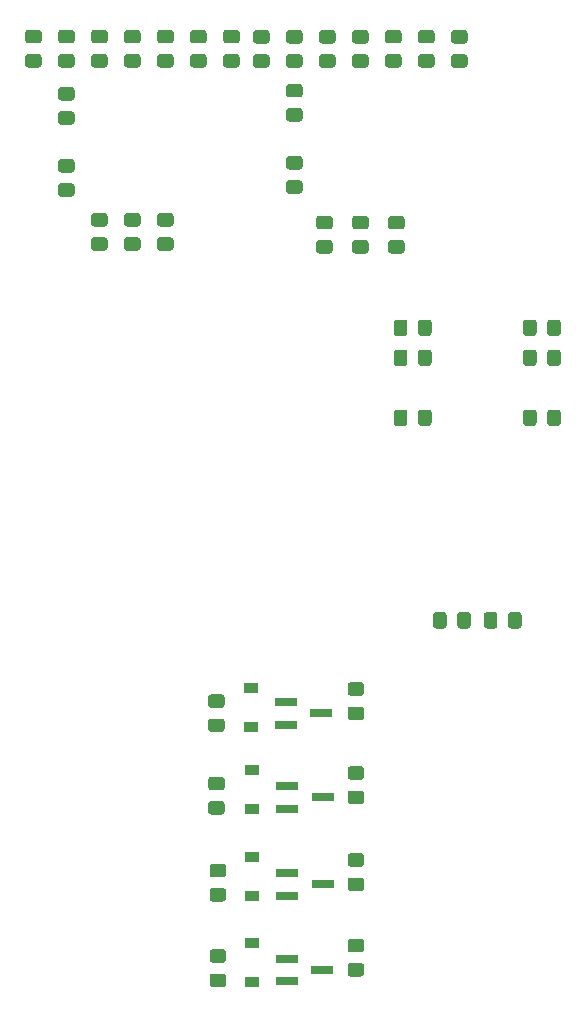
<source format=gbr>
G04 #@! TF.GenerationSoftware,KiCad,Pcbnew,5.1.6-c6e7f7d~86~ubuntu18.04.1*
G04 #@! TF.CreationDate,2020-06-21T16:53:52-04:00*
G04 #@! TF.ProjectId,dual_ADSR,6475616c-5f41-4445-9352-2e6b69636164,rev?*
G04 #@! TF.SameCoordinates,Original*
G04 #@! TF.FileFunction,Paste,Bot*
G04 #@! TF.FilePolarity,Positive*
%FSLAX46Y46*%
G04 Gerber Fmt 4.6, Leading zero omitted, Abs format (unit mm)*
G04 Created by KiCad (PCBNEW 5.1.6-c6e7f7d~86~ubuntu18.04.1) date 2020-06-21 16:53:52*
%MOMM*%
%LPD*%
G01*
G04 APERTURE LIST*
%ADD10R,1.900000X0.800000*%
%ADD11R,1.200000X0.900000*%
G04 APERTURE END LIST*
D10*
X131648000Y-135658000D03*
X128648000Y-134708000D03*
X128648000Y-136608000D03*
X131699000Y-128397000D03*
X128699000Y-127447000D03*
X128699000Y-129347000D03*
X131699000Y-121031000D03*
X128699000Y-120081000D03*
X128699000Y-121981000D03*
X131572000Y-113919000D03*
X128572000Y-112969000D03*
X128572000Y-114869000D03*
G36*
G01*
X138372001Y-72956000D02*
X137471999Y-72956000D01*
G75*
G02*
X137222000Y-72706001I0J249999D01*
G01*
X137222000Y-72055999D01*
G75*
G02*
X137471999Y-71806000I249999J0D01*
G01*
X138372001Y-71806000D01*
G75*
G02*
X138622000Y-72055999I0J-249999D01*
G01*
X138622000Y-72706001D01*
G75*
G02*
X138372001Y-72956000I-249999J0D01*
G01*
G37*
G36*
G01*
X138372001Y-75006000D02*
X137471999Y-75006000D01*
G75*
G02*
X137222000Y-74756001I0J249999D01*
G01*
X137222000Y-74105999D01*
G75*
G02*
X137471999Y-73856000I249999J0D01*
G01*
X138372001Y-73856000D01*
G75*
G02*
X138622000Y-74105999I0J-249999D01*
G01*
X138622000Y-74756001D01*
G75*
G02*
X138372001Y-75006000I-249999J0D01*
G01*
G37*
G36*
G01*
X118814001Y-72711000D02*
X117913999Y-72711000D01*
G75*
G02*
X117664000Y-72461001I0J249999D01*
G01*
X117664000Y-71810999D01*
G75*
G02*
X117913999Y-71561000I249999J0D01*
G01*
X118814001Y-71561000D01*
G75*
G02*
X119064000Y-71810999I0J-249999D01*
G01*
X119064000Y-72461001D01*
G75*
G02*
X118814001Y-72711000I-249999J0D01*
G01*
G37*
G36*
G01*
X118814001Y-74761000D02*
X117913999Y-74761000D01*
G75*
G02*
X117664000Y-74511001I0J249999D01*
G01*
X117664000Y-73860999D01*
G75*
G02*
X117913999Y-73611000I249999J0D01*
G01*
X118814001Y-73611000D01*
G75*
G02*
X119064000Y-73860999I0J-249999D01*
G01*
X119064000Y-74511001D01*
G75*
G02*
X118814001Y-74761000I-249999J0D01*
G01*
G37*
G36*
G01*
X135324001Y-72947000D02*
X134423999Y-72947000D01*
G75*
G02*
X134174000Y-72697001I0J249999D01*
G01*
X134174000Y-72046999D01*
G75*
G02*
X134423999Y-71797000I249999J0D01*
G01*
X135324001Y-71797000D01*
G75*
G02*
X135574000Y-72046999I0J-249999D01*
G01*
X135574000Y-72697001D01*
G75*
G02*
X135324001Y-72947000I-249999J0D01*
G01*
G37*
G36*
G01*
X135324001Y-74997000D02*
X134423999Y-74997000D01*
G75*
G02*
X134174000Y-74747001I0J249999D01*
G01*
X134174000Y-74096999D01*
G75*
G02*
X134423999Y-73847000I249999J0D01*
G01*
X135324001Y-73847000D01*
G75*
G02*
X135574000Y-74096999I0J-249999D01*
G01*
X135574000Y-74747001D01*
G75*
G02*
X135324001Y-74997000I-249999J0D01*
G01*
G37*
G36*
G01*
X116020001Y-72711000D02*
X115119999Y-72711000D01*
G75*
G02*
X114870000Y-72461001I0J249999D01*
G01*
X114870000Y-71810999D01*
G75*
G02*
X115119999Y-71561000I249999J0D01*
G01*
X116020001Y-71561000D01*
G75*
G02*
X116270000Y-71810999I0J-249999D01*
G01*
X116270000Y-72461001D01*
G75*
G02*
X116020001Y-72711000I-249999J0D01*
G01*
G37*
G36*
G01*
X116020001Y-74761000D02*
X115119999Y-74761000D01*
G75*
G02*
X114870000Y-74511001I0J249999D01*
G01*
X114870000Y-73860999D01*
G75*
G02*
X115119999Y-73611000I249999J0D01*
G01*
X116020001Y-73611000D01*
G75*
G02*
X116270000Y-73860999I0J-249999D01*
G01*
X116270000Y-74511001D01*
G75*
G02*
X116020001Y-74761000I-249999J0D01*
G01*
G37*
G36*
G01*
X131375999Y-73847000D02*
X132276001Y-73847000D01*
G75*
G02*
X132526000Y-74096999I0J-249999D01*
G01*
X132526000Y-74747001D01*
G75*
G02*
X132276001Y-74997000I-249999J0D01*
G01*
X131375999Y-74997000D01*
G75*
G02*
X131126000Y-74747001I0J249999D01*
G01*
X131126000Y-74096999D01*
G75*
G02*
X131375999Y-73847000I249999J0D01*
G01*
G37*
G36*
G01*
X131375999Y-71797000D02*
X132276001Y-71797000D01*
G75*
G02*
X132526000Y-72046999I0J-249999D01*
G01*
X132526000Y-72697001D01*
G75*
G02*
X132276001Y-72947000I-249999J0D01*
G01*
X131375999Y-72947000D01*
G75*
G02*
X131126000Y-72697001I0J249999D01*
G01*
X131126000Y-72046999D01*
G75*
G02*
X131375999Y-71797000I249999J0D01*
G01*
G37*
G36*
G01*
X112325999Y-73611000D02*
X113226001Y-73611000D01*
G75*
G02*
X113476000Y-73860999I0J-249999D01*
G01*
X113476000Y-74511001D01*
G75*
G02*
X113226001Y-74761000I-249999J0D01*
G01*
X112325999Y-74761000D01*
G75*
G02*
X112076000Y-74511001I0J249999D01*
G01*
X112076000Y-73860999D01*
G75*
G02*
X112325999Y-73611000I249999J0D01*
G01*
G37*
G36*
G01*
X112325999Y-71561000D02*
X113226001Y-71561000D01*
G75*
G02*
X113476000Y-71810999I0J-249999D01*
G01*
X113476000Y-72461001D01*
G75*
G02*
X113226001Y-72711000I-249999J0D01*
G01*
X112325999Y-72711000D01*
G75*
G02*
X112076000Y-72461001I0J249999D01*
G01*
X112076000Y-71810999D01*
G75*
G02*
X112325999Y-71561000I249999J0D01*
G01*
G37*
G36*
G01*
X142805999Y-58117000D02*
X143706001Y-58117000D01*
G75*
G02*
X143956000Y-58366999I0J-249999D01*
G01*
X143956000Y-59017001D01*
G75*
G02*
X143706001Y-59267000I-249999J0D01*
G01*
X142805999Y-59267000D01*
G75*
G02*
X142556000Y-59017001I0J249999D01*
G01*
X142556000Y-58366999D01*
G75*
G02*
X142805999Y-58117000I249999J0D01*
G01*
G37*
G36*
G01*
X142805999Y-56067000D02*
X143706001Y-56067000D01*
G75*
G02*
X143956000Y-56316999I0J-249999D01*
G01*
X143956000Y-56967001D01*
G75*
G02*
X143706001Y-57217000I-249999J0D01*
G01*
X142805999Y-57217000D01*
G75*
G02*
X142556000Y-56967001I0J249999D01*
G01*
X142556000Y-56316999D01*
G75*
G02*
X142805999Y-56067000I249999J0D01*
G01*
G37*
G36*
G01*
X123501999Y-58099000D02*
X124402001Y-58099000D01*
G75*
G02*
X124652000Y-58348999I0J-249999D01*
G01*
X124652000Y-58999001D01*
G75*
G02*
X124402001Y-59249000I-249999J0D01*
G01*
X123501999Y-59249000D01*
G75*
G02*
X123252000Y-58999001I0J249999D01*
G01*
X123252000Y-58348999D01*
G75*
G02*
X123501999Y-58099000I249999J0D01*
G01*
G37*
G36*
G01*
X123501999Y-56049000D02*
X124402001Y-56049000D01*
G75*
G02*
X124652000Y-56298999I0J-249999D01*
G01*
X124652000Y-56949001D01*
G75*
G02*
X124402001Y-57199000I-249999J0D01*
G01*
X123501999Y-57199000D01*
G75*
G02*
X123252000Y-56949001I0J249999D01*
G01*
X123252000Y-56298999D01*
G75*
G02*
X123501999Y-56049000I249999J0D01*
G01*
G37*
G36*
G01*
X140011999Y-58108000D02*
X140912001Y-58108000D01*
G75*
G02*
X141162000Y-58357999I0J-249999D01*
G01*
X141162000Y-59008001D01*
G75*
G02*
X140912001Y-59258000I-249999J0D01*
G01*
X140011999Y-59258000D01*
G75*
G02*
X139762000Y-59008001I0J249999D01*
G01*
X139762000Y-58357999D01*
G75*
G02*
X140011999Y-58108000I249999J0D01*
G01*
G37*
G36*
G01*
X140011999Y-56058000D02*
X140912001Y-56058000D01*
G75*
G02*
X141162000Y-56307999I0J-249999D01*
G01*
X141162000Y-56958001D01*
G75*
G02*
X140912001Y-57208000I-249999J0D01*
G01*
X140011999Y-57208000D01*
G75*
G02*
X139762000Y-56958001I0J249999D01*
G01*
X139762000Y-56307999D01*
G75*
G02*
X140011999Y-56058000I249999J0D01*
G01*
G37*
G36*
G01*
X120707999Y-58108000D02*
X121608001Y-58108000D01*
G75*
G02*
X121858000Y-58357999I0J-249999D01*
G01*
X121858000Y-59008001D01*
G75*
G02*
X121608001Y-59258000I-249999J0D01*
G01*
X120707999Y-59258000D01*
G75*
G02*
X120458000Y-59008001I0J249999D01*
G01*
X120458000Y-58357999D01*
G75*
G02*
X120707999Y-58108000I249999J0D01*
G01*
G37*
G36*
G01*
X120707999Y-56058000D02*
X121608001Y-56058000D01*
G75*
G02*
X121858000Y-56307999I0J-249999D01*
G01*
X121858000Y-56958001D01*
G75*
G02*
X121608001Y-57208000I-249999J0D01*
G01*
X120707999Y-57208000D01*
G75*
G02*
X120458000Y-56958001I0J249999D01*
G01*
X120458000Y-56307999D01*
G75*
G02*
X120707999Y-56058000I249999J0D01*
G01*
G37*
G36*
G01*
X137217999Y-58108000D02*
X138118001Y-58108000D01*
G75*
G02*
X138368000Y-58357999I0J-249999D01*
G01*
X138368000Y-59008001D01*
G75*
G02*
X138118001Y-59258000I-249999J0D01*
G01*
X137217999Y-59258000D01*
G75*
G02*
X136968000Y-59008001I0J249999D01*
G01*
X136968000Y-58357999D01*
G75*
G02*
X137217999Y-58108000I249999J0D01*
G01*
G37*
G36*
G01*
X137217999Y-56058000D02*
X138118001Y-56058000D01*
G75*
G02*
X138368000Y-56307999I0J-249999D01*
G01*
X138368000Y-56958001D01*
G75*
G02*
X138118001Y-57208000I-249999J0D01*
G01*
X137217999Y-57208000D01*
G75*
G02*
X136968000Y-56958001I0J249999D01*
G01*
X136968000Y-56307999D01*
G75*
G02*
X137217999Y-56058000I249999J0D01*
G01*
G37*
G36*
G01*
X117913999Y-58099000D02*
X118814001Y-58099000D01*
G75*
G02*
X119064000Y-58348999I0J-249999D01*
G01*
X119064000Y-58999001D01*
G75*
G02*
X118814001Y-59249000I-249999J0D01*
G01*
X117913999Y-59249000D01*
G75*
G02*
X117664000Y-58999001I0J249999D01*
G01*
X117664000Y-58348999D01*
G75*
G02*
X117913999Y-58099000I249999J0D01*
G01*
G37*
G36*
G01*
X117913999Y-56049000D02*
X118814001Y-56049000D01*
G75*
G02*
X119064000Y-56298999I0J-249999D01*
G01*
X119064000Y-56949001D01*
G75*
G02*
X118814001Y-57199000I-249999J0D01*
G01*
X117913999Y-57199000D01*
G75*
G02*
X117664000Y-56949001I0J249999D01*
G01*
X117664000Y-56298999D01*
G75*
G02*
X117913999Y-56049000I249999J0D01*
G01*
G37*
G36*
G01*
X132530001Y-57217000D02*
X131629999Y-57217000D01*
G75*
G02*
X131380000Y-56967001I0J249999D01*
G01*
X131380000Y-56316999D01*
G75*
G02*
X131629999Y-56067000I249999J0D01*
G01*
X132530001Y-56067000D01*
G75*
G02*
X132780000Y-56316999I0J-249999D01*
G01*
X132780000Y-56967001D01*
G75*
G02*
X132530001Y-57217000I-249999J0D01*
G01*
G37*
G36*
G01*
X132530001Y-59267000D02*
X131629999Y-59267000D01*
G75*
G02*
X131380000Y-59017001I0J249999D01*
G01*
X131380000Y-58366999D01*
G75*
G02*
X131629999Y-58117000I249999J0D01*
G01*
X132530001Y-58117000D01*
G75*
G02*
X132780000Y-58366999I0J-249999D01*
G01*
X132780000Y-59017001D01*
G75*
G02*
X132530001Y-59267000I-249999J0D01*
G01*
G37*
G36*
G01*
X113226001Y-57199000D02*
X112325999Y-57199000D01*
G75*
G02*
X112076000Y-56949001I0J249999D01*
G01*
X112076000Y-56298999D01*
G75*
G02*
X112325999Y-56049000I249999J0D01*
G01*
X113226001Y-56049000D01*
G75*
G02*
X113476000Y-56298999I0J-249999D01*
G01*
X113476000Y-56949001D01*
G75*
G02*
X113226001Y-57199000I-249999J0D01*
G01*
G37*
G36*
G01*
X113226001Y-59249000D02*
X112325999Y-59249000D01*
G75*
G02*
X112076000Y-58999001I0J249999D01*
G01*
X112076000Y-58348999D01*
G75*
G02*
X112325999Y-58099000I249999J0D01*
G01*
X113226001Y-58099000D01*
G75*
G02*
X113476000Y-58348999I0J-249999D01*
G01*
X113476000Y-58999001D01*
G75*
G02*
X113226001Y-59249000I-249999J0D01*
G01*
G37*
G36*
G01*
X126041999Y-58117000D02*
X126942001Y-58117000D01*
G75*
G02*
X127192000Y-58366999I0J-249999D01*
G01*
X127192000Y-59017001D01*
G75*
G02*
X126942001Y-59267000I-249999J0D01*
G01*
X126041999Y-59267000D01*
G75*
G02*
X125792000Y-59017001I0J249999D01*
G01*
X125792000Y-58366999D01*
G75*
G02*
X126041999Y-58117000I249999J0D01*
G01*
G37*
G36*
G01*
X126041999Y-56067000D02*
X126942001Y-56067000D01*
G75*
G02*
X127192000Y-56316999I0J-249999D01*
G01*
X127192000Y-56967001D01*
G75*
G02*
X126942001Y-57217000I-249999J0D01*
G01*
X126041999Y-57217000D01*
G75*
G02*
X125792000Y-56967001I0J249999D01*
G01*
X125792000Y-56316999D01*
G75*
G02*
X126041999Y-56067000I249999J0D01*
G01*
G37*
G36*
G01*
X106737999Y-58099000D02*
X107638001Y-58099000D01*
G75*
G02*
X107888000Y-58348999I0J-249999D01*
G01*
X107888000Y-58999001D01*
G75*
G02*
X107638001Y-59249000I-249999J0D01*
G01*
X106737999Y-59249000D01*
G75*
G02*
X106488000Y-58999001I0J249999D01*
G01*
X106488000Y-58348999D01*
G75*
G02*
X106737999Y-58099000I249999J0D01*
G01*
G37*
G36*
G01*
X106737999Y-56049000D02*
X107638001Y-56049000D01*
G75*
G02*
X107888000Y-56298999I0J-249999D01*
G01*
X107888000Y-56949001D01*
G75*
G02*
X107638001Y-57199000I-249999J0D01*
G01*
X106737999Y-57199000D01*
G75*
G02*
X106488000Y-56949001I0J249999D01*
G01*
X106488000Y-56298999D01*
G75*
G02*
X106737999Y-56049000I249999J0D01*
G01*
G37*
G36*
G01*
X134943001Y-134161000D02*
X134042999Y-134161000D01*
G75*
G02*
X133793000Y-133911001I0J249999D01*
G01*
X133793000Y-133260999D01*
G75*
G02*
X134042999Y-133011000I249999J0D01*
G01*
X134943001Y-133011000D01*
G75*
G02*
X135193000Y-133260999I0J-249999D01*
G01*
X135193000Y-133911001D01*
G75*
G02*
X134943001Y-134161000I-249999J0D01*
G01*
G37*
G36*
G01*
X134943001Y-136211000D02*
X134042999Y-136211000D01*
G75*
G02*
X133793000Y-135961001I0J249999D01*
G01*
X133793000Y-135310999D01*
G75*
G02*
X134042999Y-135061000I249999J0D01*
G01*
X134943001Y-135061000D01*
G75*
G02*
X135193000Y-135310999I0J-249999D01*
G01*
X135193000Y-135961001D01*
G75*
G02*
X134943001Y-136211000I-249999J0D01*
G01*
G37*
G36*
G01*
X134943001Y-126922000D02*
X134042999Y-126922000D01*
G75*
G02*
X133793000Y-126672001I0J249999D01*
G01*
X133793000Y-126021999D01*
G75*
G02*
X134042999Y-125772000I249999J0D01*
G01*
X134943001Y-125772000D01*
G75*
G02*
X135193000Y-126021999I0J-249999D01*
G01*
X135193000Y-126672001D01*
G75*
G02*
X134943001Y-126922000I-249999J0D01*
G01*
G37*
G36*
G01*
X134943001Y-128972000D02*
X134042999Y-128972000D01*
G75*
G02*
X133793000Y-128722001I0J249999D01*
G01*
X133793000Y-128071999D01*
G75*
G02*
X134042999Y-127822000I249999J0D01*
G01*
X134943001Y-127822000D01*
G75*
G02*
X135193000Y-128071999I0J-249999D01*
G01*
X135193000Y-128722001D01*
G75*
G02*
X134943001Y-128972000I-249999J0D01*
G01*
G37*
G36*
G01*
X134943001Y-119556000D02*
X134042999Y-119556000D01*
G75*
G02*
X133793000Y-119306001I0J249999D01*
G01*
X133793000Y-118655999D01*
G75*
G02*
X134042999Y-118406000I249999J0D01*
G01*
X134943001Y-118406000D01*
G75*
G02*
X135193000Y-118655999I0J-249999D01*
G01*
X135193000Y-119306001D01*
G75*
G02*
X134943001Y-119556000I-249999J0D01*
G01*
G37*
G36*
G01*
X134943001Y-121606000D02*
X134042999Y-121606000D01*
G75*
G02*
X133793000Y-121356001I0J249999D01*
G01*
X133793000Y-120705999D01*
G75*
G02*
X134042999Y-120456000I249999J0D01*
G01*
X134943001Y-120456000D01*
G75*
G02*
X135193000Y-120705999I0J-249999D01*
G01*
X135193000Y-121356001D01*
G75*
G02*
X134943001Y-121606000I-249999J0D01*
G01*
G37*
G36*
G01*
X134943001Y-112444000D02*
X134042999Y-112444000D01*
G75*
G02*
X133793000Y-112194001I0J249999D01*
G01*
X133793000Y-111543999D01*
G75*
G02*
X134042999Y-111294000I249999J0D01*
G01*
X134943001Y-111294000D01*
G75*
G02*
X135193000Y-111543999I0J-249999D01*
G01*
X135193000Y-112194001D01*
G75*
G02*
X134943001Y-112444000I-249999J0D01*
G01*
G37*
G36*
G01*
X134943001Y-114494000D02*
X134042999Y-114494000D01*
G75*
G02*
X133793000Y-114244001I0J249999D01*
G01*
X133793000Y-113593999D01*
G75*
G02*
X134042999Y-113344000I249999J0D01*
G01*
X134943001Y-113344000D01*
G75*
G02*
X135193000Y-113593999I0J-249999D01*
G01*
X135193000Y-114244001D01*
G75*
G02*
X134943001Y-114494000I-249999J0D01*
G01*
G37*
G36*
G01*
X123259001Y-135050000D02*
X122358999Y-135050000D01*
G75*
G02*
X122109000Y-134800001I0J249999D01*
G01*
X122109000Y-134149999D01*
G75*
G02*
X122358999Y-133900000I249999J0D01*
G01*
X123259001Y-133900000D01*
G75*
G02*
X123509000Y-134149999I0J-249999D01*
G01*
X123509000Y-134800001D01*
G75*
G02*
X123259001Y-135050000I-249999J0D01*
G01*
G37*
G36*
G01*
X123259001Y-137100000D02*
X122358999Y-137100000D01*
G75*
G02*
X122109000Y-136850001I0J249999D01*
G01*
X122109000Y-136199999D01*
G75*
G02*
X122358999Y-135950000I249999J0D01*
G01*
X123259001Y-135950000D01*
G75*
G02*
X123509000Y-136199999I0J-249999D01*
G01*
X123509000Y-136850001D01*
G75*
G02*
X123259001Y-137100000I-249999J0D01*
G01*
G37*
G36*
G01*
X123259001Y-127811000D02*
X122358999Y-127811000D01*
G75*
G02*
X122109000Y-127561001I0J249999D01*
G01*
X122109000Y-126910999D01*
G75*
G02*
X122358999Y-126661000I249999J0D01*
G01*
X123259001Y-126661000D01*
G75*
G02*
X123509000Y-126910999I0J-249999D01*
G01*
X123509000Y-127561001D01*
G75*
G02*
X123259001Y-127811000I-249999J0D01*
G01*
G37*
G36*
G01*
X123259001Y-129861000D02*
X122358999Y-129861000D01*
G75*
G02*
X122109000Y-129611001I0J249999D01*
G01*
X122109000Y-128960999D01*
G75*
G02*
X122358999Y-128711000I249999J0D01*
G01*
X123259001Y-128711000D01*
G75*
G02*
X123509000Y-128960999I0J-249999D01*
G01*
X123509000Y-129611001D01*
G75*
G02*
X123259001Y-129861000I-249999J0D01*
G01*
G37*
G36*
G01*
X123132001Y-120445000D02*
X122231999Y-120445000D01*
G75*
G02*
X121982000Y-120195001I0J249999D01*
G01*
X121982000Y-119544999D01*
G75*
G02*
X122231999Y-119295000I249999J0D01*
G01*
X123132001Y-119295000D01*
G75*
G02*
X123382000Y-119544999I0J-249999D01*
G01*
X123382000Y-120195001D01*
G75*
G02*
X123132001Y-120445000I-249999J0D01*
G01*
G37*
G36*
G01*
X123132001Y-122495000D02*
X122231999Y-122495000D01*
G75*
G02*
X121982000Y-122245001I0J249999D01*
G01*
X121982000Y-121594999D01*
G75*
G02*
X122231999Y-121345000I249999J0D01*
G01*
X123132001Y-121345000D01*
G75*
G02*
X123382000Y-121594999I0J-249999D01*
G01*
X123382000Y-122245001D01*
G75*
G02*
X123132001Y-122495000I-249999J0D01*
G01*
G37*
G36*
G01*
X123132001Y-113460000D02*
X122231999Y-113460000D01*
G75*
G02*
X121982000Y-113210001I0J249999D01*
G01*
X121982000Y-112559999D01*
G75*
G02*
X122231999Y-112310000I249999J0D01*
G01*
X123132001Y-112310000D01*
G75*
G02*
X123382000Y-112559999I0J-249999D01*
G01*
X123382000Y-113210001D01*
G75*
G02*
X123132001Y-113460000I-249999J0D01*
G01*
G37*
G36*
G01*
X123132001Y-115510000D02*
X122231999Y-115510000D01*
G75*
G02*
X121982000Y-115260001I0J249999D01*
G01*
X121982000Y-114609999D01*
G75*
G02*
X122231999Y-114360000I249999J0D01*
G01*
X123132001Y-114360000D01*
G75*
G02*
X123382000Y-114609999I0J-249999D01*
G01*
X123382000Y-115260001D01*
G75*
G02*
X123132001Y-115510000I-249999J0D01*
G01*
G37*
D11*
X125730000Y-133352000D03*
X125730000Y-136652000D03*
X125730000Y-126113000D03*
X125730000Y-129413000D03*
X125730000Y-118747000D03*
X125730000Y-122047000D03*
X125603000Y-111762000D03*
X125603000Y-115062000D03*
G36*
G01*
X135324001Y-57217000D02*
X134423999Y-57217000D01*
G75*
G02*
X134174000Y-56967001I0J249999D01*
G01*
X134174000Y-56316999D01*
G75*
G02*
X134423999Y-56067000I249999J0D01*
G01*
X135324001Y-56067000D01*
G75*
G02*
X135574000Y-56316999I0J-249999D01*
G01*
X135574000Y-56967001D01*
G75*
G02*
X135324001Y-57217000I-249999J0D01*
G01*
G37*
G36*
G01*
X135324001Y-59267000D02*
X134423999Y-59267000D01*
G75*
G02*
X134174000Y-59017001I0J249999D01*
G01*
X134174000Y-58366999D01*
G75*
G02*
X134423999Y-58117000I249999J0D01*
G01*
X135324001Y-58117000D01*
G75*
G02*
X135574000Y-58366999I0J-249999D01*
G01*
X135574000Y-59017001D01*
G75*
G02*
X135324001Y-59267000I-249999J0D01*
G01*
G37*
G36*
G01*
X116020001Y-57208000D02*
X115119999Y-57208000D01*
G75*
G02*
X114870000Y-56958001I0J249999D01*
G01*
X114870000Y-56307999D01*
G75*
G02*
X115119999Y-56058000I249999J0D01*
G01*
X116020001Y-56058000D01*
G75*
G02*
X116270000Y-56307999I0J-249999D01*
G01*
X116270000Y-56958001D01*
G75*
G02*
X116020001Y-57208000I-249999J0D01*
G01*
G37*
G36*
G01*
X116020001Y-59258000D02*
X115119999Y-59258000D01*
G75*
G02*
X114870000Y-59008001I0J249999D01*
G01*
X114870000Y-58357999D01*
G75*
G02*
X115119999Y-58108000I249999J0D01*
G01*
X116020001Y-58108000D01*
G75*
G02*
X116270000Y-58357999I0J-249999D01*
G01*
X116270000Y-59008001D01*
G75*
G02*
X116020001Y-59258000I-249999J0D01*
G01*
G37*
G36*
G01*
X129736001Y-57217000D02*
X128835999Y-57217000D01*
G75*
G02*
X128586000Y-56967001I0J249999D01*
G01*
X128586000Y-56316999D01*
G75*
G02*
X128835999Y-56067000I249999J0D01*
G01*
X129736001Y-56067000D01*
G75*
G02*
X129986000Y-56316999I0J-249999D01*
G01*
X129986000Y-56967001D01*
G75*
G02*
X129736001Y-57217000I-249999J0D01*
G01*
G37*
G36*
G01*
X129736001Y-59267000D02*
X128835999Y-59267000D01*
G75*
G02*
X128586000Y-59017001I0J249999D01*
G01*
X128586000Y-58366999D01*
G75*
G02*
X128835999Y-58117000I249999J0D01*
G01*
X129736001Y-58117000D01*
G75*
G02*
X129986000Y-58366999I0J-249999D01*
G01*
X129986000Y-59017001D01*
G75*
G02*
X129736001Y-59267000I-249999J0D01*
G01*
G37*
G36*
G01*
X110432001Y-57199000D02*
X109531999Y-57199000D01*
G75*
G02*
X109282000Y-56949001I0J249999D01*
G01*
X109282000Y-56298999D01*
G75*
G02*
X109531999Y-56049000I249999J0D01*
G01*
X110432001Y-56049000D01*
G75*
G02*
X110682000Y-56298999I0J-249999D01*
G01*
X110682000Y-56949001D01*
G75*
G02*
X110432001Y-57199000I-249999J0D01*
G01*
G37*
G36*
G01*
X110432001Y-59249000D02*
X109531999Y-59249000D01*
G75*
G02*
X109282000Y-58999001I0J249999D01*
G01*
X109282000Y-58348999D01*
G75*
G02*
X109531999Y-58099000I249999J0D01*
G01*
X110432001Y-58099000D01*
G75*
G02*
X110682000Y-58348999I0J-249999D01*
G01*
X110682000Y-58999001D01*
G75*
G02*
X110432001Y-59249000I-249999J0D01*
G01*
G37*
G36*
G01*
X129736001Y-67885000D02*
X128835999Y-67885000D01*
G75*
G02*
X128586000Y-67635001I0J249999D01*
G01*
X128586000Y-66984999D01*
G75*
G02*
X128835999Y-66735000I249999J0D01*
G01*
X129736001Y-66735000D01*
G75*
G02*
X129986000Y-66984999I0J-249999D01*
G01*
X129986000Y-67635001D01*
G75*
G02*
X129736001Y-67885000I-249999J0D01*
G01*
G37*
G36*
G01*
X129736001Y-69935000D02*
X128835999Y-69935000D01*
G75*
G02*
X128586000Y-69685001I0J249999D01*
G01*
X128586000Y-69034999D01*
G75*
G02*
X128835999Y-68785000I249999J0D01*
G01*
X129736001Y-68785000D01*
G75*
G02*
X129986000Y-69034999I0J-249999D01*
G01*
X129986000Y-69685001D01*
G75*
G02*
X129736001Y-69935000I-249999J0D01*
G01*
G37*
G36*
G01*
X129736001Y-61780000D02*
X128835999Y-61780000D01*
G75*
G02*
X128586000Y-61530001I0J249999D01*
G01*
X128586000Y-60879999D01*
G75*
G02*
X128835999Y-60630000I249999J0D01*
G01*
X129736001Y-60630000D01*
G75*
G02*
X129986000Y-60879999I0J-249999D01*
G01*
X129986000Y-61530001D01*
G75*
G02*
X129736001Y-61780000I-249999J0D01*
G01*
G37*
G36*
G01*
X129736001Y-63830000D02*
X128835999Y-63830000D01*
G75*
G02*
X128586000Y-63580001I0J249999D01*
G01*
X128586000Y-62929999D01*
G75*
G02*
X128835999Y-62680000I249999J0D01*
G01*
X129736001Y-62680000D01*
G75*
G02*
X129986000Y-62929999I0J-249999D01*
G01*
X129986000Y-63580001D01*
G75*
G02*
X129736001Y-63830000I-249999J0D01*
G01*
G37*
G36*
G01*
X110432001Y-68139000D02*
X109531999Y-68139000D01*
G75*
G02*
X109282000Y-67889001I0J249999D01*
G01*
X109282000Y-67238999D01*
G75*
G02*
X109531999Y-66989000I249999J0D01*
G01*
X110432001Y-66989000D01*
G75*
G02*
X110682000Y-67238999I0J-249999D01*
G01*
X110682000Y-67889001D01*
G75*
G02*
X110432001Y-68139000I-249999J0D01*
G01*
G37*
G36*
G01*
X110432001Y-70189000D02*
X109531999Y-70189000D01*
G75*
G02*
X109282000Y-69939001I0J249999D01*
G01*
X109282000Y-69288999D01*
G75*
G02*
X109531999Y-69039000I249999J0D01*
G01*
X110432001Y-69039000D01*
G75*
G02*
X110682000Y-69288999I0J-249999D01*
G01*
X110682000Y-69939001D01*
G75*
G02*
X110432001Y-70189000I-249999J0D01*
G01*
G37*
G36*
G01*
X110432001Y-62043000D02*
X109531999Y-62043000D01*
G75*
G02*
X109282000Y-61793001I0J249999D01*
G01*
X109282000Y-61142999D01*
G75*
G02*
X109531999Y-60893000I249999J0D01*
G01*
X110432001Y-60893000D01*
G75*
G02*
X110682000Y-61142999I0J-249999D01*
G01*
X110682000Y-61793001D01*
G75*
G02*
X110432001Y-62043000I-249999J0D01*
G01*
G37*
G36*
G01*
X110432001Y-64093000D02*
X109531999Y-64093000D01*
G75*
G02*
X109282000Y-63843001I0J249999D01*
G01*
X109282000Y-63192999D01*
G75*
G02*
X109531999Y-62943000I249999J0D01*
G01*
X110432001Y-62943000D01*
G75*
G02*
X110682000Y-63192999I0J-249999D01*
G01*
X110682000Y-63843001D01*
G75*
G02*
X110432001Y-64093000I-249999J0D01*
G01*
G37*
G36*
G01*
X142180000Y-105594999D02*
X142180000Y-106495001D01*
G75*
G02*
X141930001Y-106745000I-249999J0D01*
G01*
X141279999Y-106745000D01*
G75*
G02*
X141030000Y-106495001I0J249999D01*
G01*
X141030000Y-105594999D01*
G75*
G02*
X141279999Y-105345000I249999J0D01*
G01*
X141930001Y-105345000D01*
G75*
G02*
X142180000Y-105594999I0J-249999D01*
G01*
G37*
G36*
G01*
X144230000Y-105594999D02*
X144230000Y-106495001D01*
G75*
G02*
X143980001Y-106745000I-249999J0D01*
G01*
X143329999Y-106745000D01*
G75*
G02*
X143080000Y-106495001I0J249999D01*
G01*
X143080000Y-105594999D01*
G75*
G02*
X143329999Y-105345000I249999J0D01*
G01*
X143980001Y-105345000D01*
G75*
G02*
X144230000Y-105594999I0J-249999D01*
G01*
G37*
G36*
G01*
X147380000Y-106495001D02*
X147380000Y-105594999D01*
G75*
G02*
X147629999Y-105345000I249999J0D01*
G01*
X148280001Y-105345000D01*
G75*
G02*
X148530000Y-105594999I0J-249999D01*
G01*
X148530000Y-106495001D01*
G75*
G02*
X148280001Y-106745000I-249999J0D01*
G01*
X147629999Y-106745000D01*
G75*
G02*
X147380000Y-106495001I0J249999D01*
G01*
G37*
G36*
G01*
X145330000Y-106495001D02*
X145330000Y-105594999D01*
G75*
G02*
X145579999Y-105345000I249999J0D01*
G01*
X146230001Y-105345000D01*
G75*
G02*
X146480000Y-105594999I0J-249999D01*
G01*
X146480000Y-106495001D01*
G75*
G02*
X146230001Y-106745000I-249999J0D01*
G01*
X145579999Y-106745000D01*
G75*
G02*
X145330000Y-106495001I0J249999D01*
G01*
G37*
G36*
G01*
X138860000Y-88449999D02*
X138860000Y-89350001D01*
G75*
G02*
X138610001Y-89600000I-249999J0D01*
G01*
X137959999Y-89600000D01*
G75*
G02*
X137710000Y-89350001I0J249999D01*
G01*
X137710000Y-88449999D01*
G75*
G02*
X137959999Y-88200000I249999J0D01*
G01*
X138610001Y-88200000D01*
G75*
G02*
X138860000Y-88449999I0J-249999D01*
G01*
G37*
G36*
G01*
X140910000Y-88449999D02*
X140910000Y-89350001D01*
G75*
G02*
X140660001Y-89600000I-249999J0D01*
G01*
X140009999Y-89600000D01*
G75*
G02*
X139760000Y-89350001I0J249999D01*
G01*
X139760000Y-88449999D01*
G75*
G02*
X140009999Y-88200000I249999J0D01*
G01*
X140660001Y-88200000D01*
G75*
G02*
X140910000Y-88449999I0J-249999D01*
G01*
G37*
G36*
G01*
X150700000Y-89350001D02*
X150700000Y-88449999D01*
G75*
G02*
X150949999Y-88200000I249999J0D01*
G01*
X151600001Y-88200000D01*
G75*
G02*
X151850000Y-88449999I0J-249999D01*
G01*
X151850000Y-89350001D01*
G75*
G02*
X151600001Y-89600000I-249999J0D01*
G01*
X150949999Y-89600000D01*
G75*
G02*
X150700000Y-89350001I0J249999D01*
G01*
G37*
G36*
G01*
X148650000Y-89350001D02*
X148650000Y-88449999D01*
G75*
G02*
X148899999Y-88200000I249999J0D01*
G01*
X149550001Y-88200000D01*
G75*
G02*
X149800000Y-88449999I0J-249999D01*
G01*
X149800000Y-89350001D01*
G75*
G02*
X149550001Y-89600000I-249999J0D01*
G01*
X148899999Y-89600000D01*
G75*
G02*
X148650000Y-89350001I0J249999D01*
G01*
G37*
G36*
G01*
X138860000Y-83369999D02*
X138860000Y-84270001D01*
G75*
G02*
X138610001Y-84520000I-249999J0D01*
G01*
X137959999Y-84520000D01*
G75*
G02*
X137710000Y-84270001I0J249999D01*
G01*
X137710000Y-83369999D01*
G75*
G02*
X137959999Y-83120000I249999J0D01*
G01*
X138610001Y-83120000D01*
G75*
G02*
X138860000Y-83369999I0J-249999D01*
G01*
G37*
G36*
G01*
X140910000Y-83369999D02*
X140910000Y-84270001D01*
G75*
G02*
X140660001Y-84520000I-249999J0D01*
G01*
X140009999Y-84520000D01*
G75*
G02*
X139760000Y-84270001I0J249999D01*
G01*
X139760000Y-83369999D01*
G75*
G02*
X140009999Y-83120000I249999J0D01*
G01*
X140660001Y-83120000D01*
G75*
G02*
X140910000Y-83369999I0J-249999D01*
G01*
G37*
G36*
G01*
X150700000Y-84270001D02*
X150700000Y-83369999D01*
G75*
G02*
X150949999Y-83120000I249999J0D01*
G01*
X151600001Y-83120000D01*
G75*
G02*
X151850000Y-83369999I0J-249999D01*
G01*
X151850000Y-84270001D01*
G75*
G02*
X151600001Y-84520000I-249999J0D01*
G01*
X150949999Y-84520000D01*
G75*
G02*
X150700000Y-84270001I0J249999D01*
G01*
G37*
G36*
G01*
X148650000Y-84270001D02*
X148650000Y-83369999D01*
G75*
G02*
X148899999Y-83120000I249999J0D01*
G01*
X149550001Y-83120000D01*
G75*
G02*
X149800000Y-83369999I0J-249999D01*
G01*
X149800000Y-84270001D01*
G75*
G02*
X149550001Y-84520000I-249999J0D01*
G01*
X148899999Y-84520000D01*
G75*
G02*
X148650000Y-84270001I0J249999D01*
G01*
G37*
G36*
G01*
X138860000Y-80829999D02*
X138860000Y-81730001D01*
G75*
G02*
X138610001Y-81980000I-249999J0D01*
G01*
X137959999Y-81980000D01*
G75*
G02*
X137710000Y-81730001I0J249999D01*
G01*
X137710000Y-80829999D01*
G75*
G02*
X137959999Y-80580000I249999J0D01*
G01*
X138610001Y-80580000D01*
G75*
G02*
X138860000Y-80829999I0J-249999D01*
G01*
G37*
G36*
G01*
X140910000Y-80829999D02*
X140910000Y-81730001D01*
G75*
G02*
X140660001Y-81980000I-249999J0D01*
G01*
X140009999Y-81980000D01*
G75*
G02*
X139760000Y-81730001I0J249999D01*
G01*
X139760000Y-80829999D01*
G75*
G02*
X140009999Y-80580000I249999J0D01*
G01*
X140660001Y-80580000D01*
G75*
G02*
X140910000Y-80829999I0J-249999D01*
G01*
G37*
G36*
G01*
X150700000Y-81730001D02*
X150700000Y-80829999D01*
G75*
G02*
X150949999Y-80580000I249999J0D01*
G01*
X151600001Y-80580000D01*
G75*
G02*
X151850000Y-80829999I0J-249999D01*
G01*
X151850000Y-81730001D01*
G75*
G02*
X151600001Y-81980000I-249999J0D01*
G01*
X150949999Y-81980000D01*
G75*
G02*
X150700000Y-81730001I0J249999D01*
G01*
G37*
G36*
G01*
X148650000Y-81730001D02*
X148650000Y-80829999D01*
G75*
G02*
X148899999Y-80580000I249999J0D01*
G01*
X149550001Y-80580000D01*
G75*
G02*
X149800000Y-80829999I0J-249999D01*
G01*
X149800000Y-81730001D01*
G75*
G02*
X149550001Y-81980000I-249999J0D01*
G01*
X148899999Y-81980000D01*
G75*
G02*
X148650000Y-81730001I0J249999D01*
G01*
G37*
M02*

</source>
